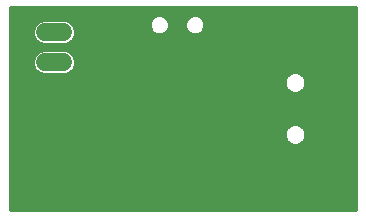
<source format=gbl>
G75*
%MOIN*%
%OFA0B0*%
%FSLAX24Y24*%
%IPPOS*%
%LPD*%
%AMOC8*
5,1,8,0,0,1.08239X$1,22.5*
%
%ADD10C,0.0594*%
%ADD11C,0.0160*%
D10*
X001497Y005271D02*
X002091Y005271D01*
X002091Y006271D02*
X001497Y006271D01*
D11*
X000360Y007087D02*
X000360Y000360D01*
X011811Y000360D01*
X011811Y007087D01*
X000360Y007087D01*
X000360Y006996D02*
X011811Y006996D01*
X011811Y006837D02*
X006644Y006837D01*
X006682Y006821D02*
X006550Y006876D01*
X006408Y006876D01*
X006277Y006821D01*
X006176Y006721D01*
X006122Y006590D01*
X006122Y006448D01*
X006176Y006316D01*
X006277Y006216D01*
X006408Y006161D01*
X006550Y006161D01*
X006682Y006216D01*
X006782Y006316D01*
X006836Y006448D01*
X006836Y006590D01*
X006782Y006721D01*
X006682Y006821D01*
X006800Y006679D02*
X011811Y006679D01*
X011811Y006520D02*
X006836Y006520D01*
X006801Y006362D02*
X011811Y006362D01*
X011811Y006203D02*
X006651Y006203D01*
X006308Y006203D02*
X005470Y006203D01*
X005500Y006216D02*
X005369Y006161D01*
X005227Y006161D01*
X005096Y006216D01*
X004995Y006316D01*
X004941Y006448D01*
X004941Y006590D01*
X004995Y006721D01*
X005096Y006821D01*
X005227Y006876D01*
X005369Y006876D01*
X005500Y006821D01*
X005601Y006721D01*
X005655Y006590D01*
X005655Y006448D01*
X005601Y006316D01*
X005500Y006216D01*
X005620Y006362D02*
X006158Y006362D01*
X006122Y006520D02*
X005655Y006520D01*
X005618Y006679D02*
X006159Y006679D01*
X006315Y006837D02*
X005463Y006837D01*
X005134Y006837D02*
X000360Y006837D01*
X000360Y006679D02*
X001341Y006679D01*
X001410Y006707D02*
X001250Y006641D01*
X001127Y006518D01*
X001060Y006357D01*
X001060Y006184D01*
X001127Y006023D01*
X001250Y005900D01*
X001410Y005834D01*
X002178Y005834D01*
X002338Y005900D01*
X002461Y006023D01*
X002528Y006184D01*
X002528Y006357D01*
X002461Y006518D01*
X002338Y006641D01*
X002178Y006707D01*
X001410Y006707D01*
X001129Y006520D02*
X000360Y006520D01*
X000360Y006362D02*
X001062Y006362D01*
X001060Y006203D02*
X000360Y006203D01*
X000360Y006045D02*
X001118Y006045D01*
X001284Y005886D02*
X000360Y005886D01*
X000360Y005728D02*
X011811Y005728D01*
X011811Y005569D02*
X002410Y005569D01*
X002461Y005518D02*
X002338Y005641D01*
X002178Y005707D01*
X001410Y005707D01*
X001250Y005641D01*
X001127Y005518D01*
X001060Y005357D01*
X001060Y005184D01*
X001127Y005023D01*
X001250Y004900D01*
X001410Y004834D01*
X002178Y004834D01*
X002338Y004900D01*
X002461Y005023D01*
X002528Y005184D01*
X002528Y005357D01*
X002461Y005518D01*
X002506Y005411D02*
X011811Y005411D01*
X011811Y005252D02*
X002528Y005252D01*
X002491Y005094D02*
X011811Y005094D01*
X011811Y004935D02*
X009976Y004935D01*
X010039Y004909D02*
X009901Y004966D01*
X009751Y004966D01*
X009612Y004909D01*
X009506Y004803D01*
X009449Y004664D01*
X009449Y004514D01*
X009506Y004376D01*
X009612Y004270D01*
X009751Y004213D01*
X009901Y004213D01*
X010039Y004270D01*
X010145Y004376D01*
X010203Y004514D01*
X010203Y004664D01*
X010145Y004803D01*
X010039Y004909D01*
X010156Y004777D02*
X011811Y004777D01*
X011811Y004618D02*
X010203Y004618D01*
X010180Y004460D02*
X011811Y004460D01*
X011811Y004301D02*
X010070Y004301D01*
X009581Y004301D02*
X000360Y004301D01*
X000360Y004143D02*
X011811Y004143D01*
X011811Y003984D02*
X000360Y003984D01*
X000360Y003826D02*
X011811Y003826D01*
X011811Y003667D02*
X000360Y003667D01*
X000360Y003509D02*
X011811Y003509D01*
X011811Y003350D02*
X000360Y003350D01*
X000360Y003192D02*
X009648Y003192D01*
X009612Y003177D02*
X009506Y003071D01*
X009449Y002932D01*
X009449Y002782D01*
X009506Y002644D01*
X009612Y002538D01*
X009751Y002480D01*
X009901Y002480D01*
X010039Y002538D01*
X010145Y002644D01*
X010203Y002782D01*
X010203Y002932D01*
X010145Y003071D01*
X010039Y003177D01*
X009901Y003234D01*
X009751Y003234D01*
X009612Y003177D01*
X009491Y003033D02*
X000360Y003033D01*
X000360Y002875D02*
X009449Y002875D01*
X009476Y002716D02*
X000360Y002716D01*
X000360Y002558D02*
X009592Y002558D01*
X010059Y002558D02*
X011811Y002558D01*
X011811Y002716D02*
X010175Y002716D01*
X010203Y002875D02*
X011811Y002875D01*
X011811Y003033D02*
X010161Y003033D01*
X010003Y003192D02*
X011811Y003192D01*
X011811Y002399D02*
X000360Y002399D01*
X000360Y002241D02*
X011811Y002241D01*
X011811Y002082D02*
X000360Y002082D01*
X000360Y001924D02*
X011811Y001924D01*
X011811Y001765D02*
X000360Y001765D01*
X000360Y001607D02*
X011811Y001607D01*
X011811Y001448D02*
X000360Y001448D01*
X000360Y001290D02*
X011811Y001290D01*
X011811Y001131D02*
X000360Y001131D01*
X000360Y000973D02*
X011811Y000973D01*
X011811Y000814D02*
X000360Y000814D01*
X000360Y000656D02*
X011811Y000656D01*
X011811Y000497D02*
X000360Y000497D01*
X000360Y004460D02*
X009472Y004460D01*
X009449Y004618D02*
X000360Y004618D01*
X000360Y004777D02*
X009495Y004777D01*
X009675Y004935D02*
X002373Y004935D01*
X001215Y004935D02*
X000360Y004935D01*
X000360Y005094D02*
X001098Y005094D01*
X001060Y005252D02*
X000360Y005252D01*
X000360Y005411D02*
X001082Y005411D01*
X001178Y005569D02*
X000360Y005569D01*
X002304Y005886D02*
X011811Y005886D01*
X011811Y006045D02*
X002470Y006045D01*
X002528Y006203D02*
X005127Y006203D01*
X004977Y006362D02*
X002526Y006362D01*
X002459Y006520D02*
X004941Y006520D01*
X004978Y006679D02*
X002248Y006679D01*
M02*

</source>
